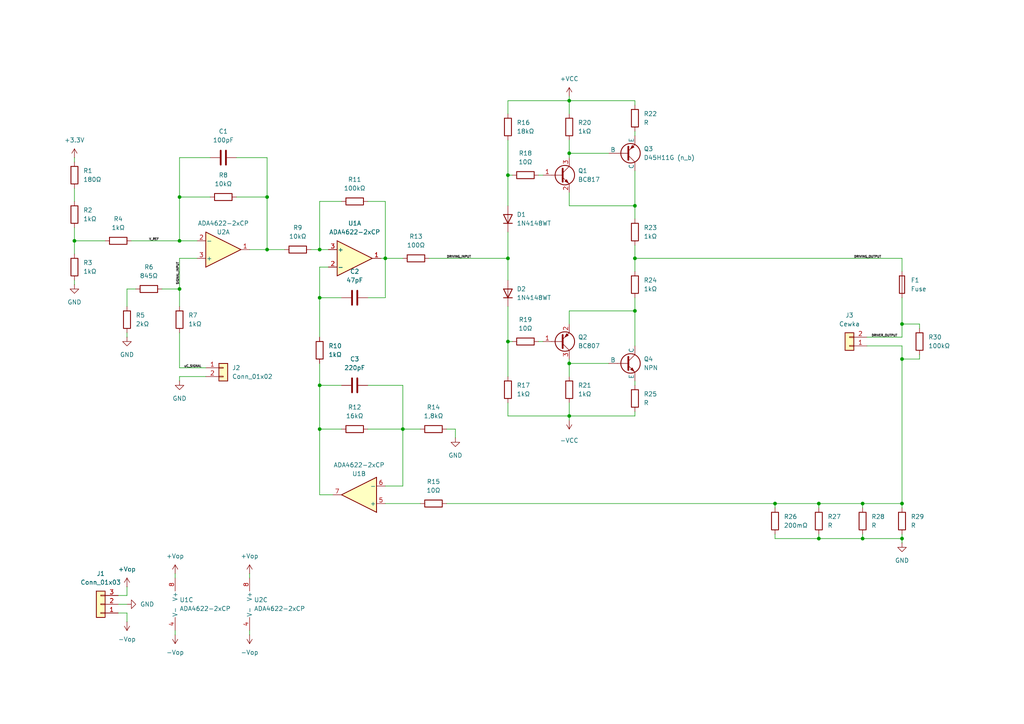
<source format=kicad_sch>
(kicad_sch (version 20250114) (generator "eeschema") (generator_version "9.0")
  (paper "A4")
  (title_block (title "Current Driver") (date "04.10.2025") (rev "Adam Matysiak") (company "KN NaMi") (comment 1 "Adam Matysiak, Adam Matkowski, Kacper Kowalik") (comment 2 "V2.0"))
  (lib_symbols
    (symbol "Amplifier_Operational:ADA4622-2xCP" (pin_names (offset 0.127))
      (property "Reference" "U" (at 0 5.08 0))
      (property "Value" "ADA4622-2xCP" (at 0 -5.08 0))
      (symbol "ADA4622-2xCP_1_1"
        (polyline (pts (xy -5.08 5.08) (xy 5.08 0) (xy -5.08 -5.08) (xy -5.08 5.08)) (stroke (width 0.254)) (fill (type background)))
        (pin input line (at -7.62 2.54 0) (length 2.54) (name "+") (number "3"))
        (pin input line (at -7.62 -2.54 0) (length 2.54) (name "-") (number "2"))
        (pin output line (at 7.62 0 180) (length 2.54) (name "~") (number "1"))
      )
      (symbol "ADA4622-2xCP_2_1"
        (polyline (pts (xy -5.08 5.08) (xy 5.08 0) (xy -5.08 -5.08) (xy -5.08 5.08)) (stroke (width 0.254)) (fill (type background)))
        (pin input line (at -7.62 2.54 0) (length 2.54) (name "+") (number "5"))
        (pin input line (at -7.62 -2.54 0) (length 2.54) (name "-") (number "6"))
        (pin output line (at 7.62 0 180) (length 2.54) (name "~") (number "7"))
      )
      (symbol "ADA4622-2xCP_3_1"
        (pin power_in line (at -2.54 7.62 270) (length 3.81) (name "V+") (number "8"))
        (pin passive line (at -2.54 7.62 270) (length 3.81) (hide yes) (name "V+") (number "9"))
        (pin power_in line (at -2.54 -7.62 90) (length 3.81) (name "V-") (number "4"))
      )
    )
    (symbol "Connector_Generic:Conn_01x02" (pin_names (offset 1.016) (hide yes))
      (property "Reference" "J" (at 0 2.54 0))
      (property "Value" "Conn_01x02" (at 0 -5.08 0))
      (symbol "Conn_01x02_1_1"
        (rectangle (start -1.27 1.27) (end 1.27 -3.81) (stroke (width 0.254)) (fill (type background)))
        (rectangle (start -1.27 0.127) (end 0 -0.127) (stroke (width 0.1524)))
        (rectangle (start -1.27 -2.413) (end 0 -2.667) (stroke (width 0.1524)))
        (pin passive line (at -5.08 0 0) (length 3.81) (name "Pin_1") (number "1"))
        (pin passive line (at -5.08 -2.54 0) (length 3.81) (name "Pin_2") (number "2"))
      )
    )
    (symbol "Connector_Generic:Conn_01x03" (pin_names (offset 1.016) (hide yes))
      (property "Reference" "J" (at 0 5.08 0))
      (property "Value" "Conn_01x03" (at 0 -5.08 0))
      (symbol "Conn_01x03_1_1"
        (rectangle (start -1.27 3.81) (end 1.27 -3.81) (stroke (width 0.254)) (fill (type background)))
        (rectangle (start -1.27 2.667) (end 0 2.413) (stroke (width 0.1524)))
        (rectangle (start -1.27 0.127) (end 0 -0.127) (stroke (width 0.1524)))
        (rectangle (start -1.27 -2.413) (end 0 -2.667) (stroke (width 0.1524)))
        (pin passive line (at -5.08 2.54 0) (length 3.81) (name "Pin_1") (number "1"))
        (pin passive line (at -5.08 0 0) (length 3.81) (name "Pin_2") (number "2"))
        (pin passive line (at -5.08 -2.54 0) (length 3.81) (name "Pin_3") (number "3"))
      )
    )
    (symbol "Device:C" (pin_numbers (hide yes)) (pin_names (offset 0.254))
      (property "Reference" "C" (at 0.635 2.54 0))
      (property "Value" "C" (at 0.635 -2.54 0))
      (symbol "C_0_1"
        (polyline (pts (xy -2.032 0.762) (xy 2.032 0.762)) (stroke (width 0.508)))
        (polyline (pts (xy -2.032 -0.762) (xy 2.032 -0.762)) (stroke (width 0.508)))
      )
      (symbol "C_1_1"
        (pin passive line (at 0 3.81 270) (length 2.794) (name "~") (number "1"))
        (pin passive line (at 0 -3.81 90) (length 2.794) (name "~") (number "2"))
      )
    )
    (symbol "Device:Fuse" (pin_numbers (hide yes)) (pin_names (offset 0))
      (property "Reference" "F" (at 2.032 0 90))
      (property "Value" "Fuse" (at -1.905 0 90))
      (symbol "Fuse_0_1"
        (rectangle (start -0.762 -2.54) (end 0.762 2.54) (stroke (width 0.254)))
        (polyline (pts (xy 0 2.54) (xy 0 -2.54)))
      )
      (symbol "Fuse_1_1"
        (pin passive line (at 0 3.81 270) (length 1.27) (name "~") (number "1"))
        (pin passive line (at 0 -3.81 90) (length 1.27) (name "~") (number "2"))
      )
    )
    (symbol "Device:R" (pin_numbers (hide yes)) (pin_names (offset 0))
      (property "Reference" "R" (at 2.032 0 90))
      (property "Value" "R" (at 0 0 90))
      (symbol "R_0_1"
        (rectangle (start -1.016 -2.54) (end 1.016 2.54) (stroke (width 0.254)))
      )
      (symbol "R_1_1"
        (pin passive line (at 0 3.81 270) (length 1.27) (name "~") (number "1"))
        (pin passive line (at 0 -3.81 90) (length 1.27) (name "~") (number "2"))
      )
    )
    (symbol "Diode:1N4148WT" (pin_numbers (hide yes)) (pin_names (hide yes))
      (property "Reference" "D" (at 0 2.54 0))
      (property "Value" "1N4148WT" (at 0 -2.54 0))
      (symbol "1N4148WT_0_1"
        (polyline (pts (xy -1.27 1.27) (xy -1.27 -1.27)) (stroke (width 0.254)))
        (polyline (pts (xy 1.27 1.27) (xy 1.27 -1.27) (xy -1.27 0) (xy 1.27 1.27)) (stroke (width 0.254)))
        (polyline (pts (xy 1.27 0) (xy -1.27 0)))
      )
      (symbol "1N4148WT_1_1"
        (pin passive line (at -3.81 0 0) (length 2.54) (name "K") (number "1"))
        (pin passive line (at 3.81 0 180) (length 2.54) (name "A") (number "2"))
      )
    )
    (symbol "Simulation_SPICE:NPN" (pin_numbers (hide yes)) (pin_names (offset 0))
      (property "Reference" "Q" (at -2.54 7.62 0))
      (property "Value" "NPN" (at -2.54 5.08 0))
      (symbol "NPN_0_1"
        (polyline (pts (xy -2.54 0) (xy 0.635 0)) (stroke (width 0.1524)))
        (polyline (pts (xy 0.635 1.905) (xy 0.635 -1.905) (xy 0.635 -1.905)) (stroke (width 0.508)))
        (polyline (pts (xy 0.635 0.635) (xy 2.54 2.54)))
        (polyline (pts (xy 0.635 -0.635) (xy 2.54 -2.54) (xy 2.54 -2.54)))
        (circle (center 1.27 0) (radius 2.8194) (stroke (width 0.254)))
        (polyline (pts (xy 1.27 -1.778) (xy 1.778 -1.27) (xy 2.286 -2.286) (xy 1.27 -1.778) (xy 1.27 -1.778)) (fill (type outline)))
        (polyline (pts (xy 2.794 -1.27) (xy 2.794 -1.27)) (stroke (width 0.1524)))
        (polyline (pts (xy 2.794 -1.27) (xy 2.794 -1.27)) (stroke (width 0.1524)))
      )
      (symbol "NPN_1_1"
        (pin input line (at -5.08 0 0) (length 2.54) (name "B") (number "2"))
        (pin open_collector line (at 2.54 5.08 270) (length 2.54) (name "C") (number "1"))
        (pin open_emitter line (at 2.54 -5.08 90) (length 2.54) (name "E") (number "3"))
      )
    )
    (symbol "Simulation_SPICE:PNP" (pin_numbers (hide yes)) (pin_names (offset 0))
      (property "Reference" "Q" (at -2.54 7.62 0))
      (property "Value" "PNP" (at -2.54 5.08 0))
      (symbol "PNP_0_1"
        (polyline (pts (xy -2.54 0) (xy 0.635 0)) (stroke (width 0.1524)))
        (polyline (pts (xy 0.635 1.905) (xy 0.635 -1.905) (xy 0.635 -1.905)) (stroke (width 0.508)))
        (polyline (pts (xy 0.635 0.635) (xy 2.54 2.54)))
        (polyline (pts (xy 0.635 -0.635) (xy 2.54 -2.54) (xy 2.54 -2.54)))
        (circle (center 1.27 0) (radius 2.8194) (stroke (width 0.254)))
        (polyline (pts (xy 2.286 -1.778) (xy 1.778 -2.286) (xy 1.27 -1.27) (xy 2.286 -1.778) (xy 2.286 -1.778)) (fill (type outline)))
      )
      (symbol "PNP_1_1"
        (pin input line (at -5.08 0 0) (length 2.54) (name "B") (number "2"))
        (pin open_collector line (at 2.54 5.08 270) (length 2.54) (name "C") (number "1"))
        (pin open_emitter line (at 2.54 -5.08 90) (length 2.54) (name "E") (number "3"))
      )
    )
    (symbol "Transistor_BJT:BC807" (pin_names (offset 0) (hide yes))
      (property "Reference" "Q" (at 5.08 1.905 0))
      (property "Value" "BC807" (at 5.08 0 0))
      (symbol "BC807_0_1"
        (polyline (pts (xy -2.54 0) (xy 0.635 0)))
        (polyline (pts (xy 0.635 1.905) (xy 0.635 -1.905)) (stroke (width 0.508)))
        (polyline (pts (xy 0.635 0.635) (xy 2.54 2.54)))
        (polyline (pts (xy 0.635 -0.635) (xy 2.54 -2.54)))
        (circle (center 1.27 0) (radius 2.8194) (stroke (width 0.254)))
        (polyline (pts (xy 2.286 -1.778) (xy 1.778 -2.286) (xy 1.27 -1.27) (xy 2.286 -1.778)) (fill (type outline)))
      )
      (symbol "BC807_1_1"
        (pin input line (at -5.08 0 0) (length 2.54) (name "B") (number "1"))
        (pin passive line (at 2.54 5.08 270) (length 2.54) (name "C") (number "3"))
        (pin passive line (at 2.54 -5.08 90) (length 2.54) (name "E") (number "2"))
      )
    )
    (symbol "Transistor_BJT:BC817" (pin_names (offset 0) (hide yes))
      (property "Reference" "Q" (at 5.08 1.905 0))
      (property "Value" "BC817" (at 5.08 0 0))
      (symbol "BC817_0_1"
        (polyline (pts (xy -2.54 0) (xy 0.635 0)))
        (polyline (pts (xy 0.635 1.905) (xy 0.635 -1.905)) (stroke (width 0.508)))
        (circle (center 1.27 0) (radius 2.8194) (stroke (width 0.254)))
      )
      (symbol "BC817_1_1"
        (polyline (pts (xy 0.635 0.635) (xy 2.54 2.54)))
        (polyline (pts (xy 0.635 -0.635) (xy 2.54 -2.54)))
        (polyline (pts (xy 1.27 -1.778) (xy 1.778 -1.27) (xy 2.286 -2.286) (xy 1.27 -1.778)) (fill (type outline)))
        (pin input line (at -5.08 0 0) (length 2.54) (name "B") (number "1"))
        (pin passive line (at 2.54 5.08 270) (length 2.54) (name "C") (number "3"))
        (pin passive line (at 2.54 -5.08 90) (length 2.54) (name "E") (number "2"))
      )
    )
    (symbol "power:+1V0" (power) (pin_numbers (hide yes)) (pin_names (offset 0) (hide yes))
      (property "Value" "+1V0" (at 0 3.556 0))
      (symbol "+1V0_0_1"
        (polyline (pts (xy -0.762 1.27) (xy 0 2.54)))
        (polyline (pts (xy 0 2.54) (xy 0.762 1.27)))
        (polyline (pts (xy 0 0) (xy 0 2.54)))
      )
      (symbol "+1V0_1_1"
        (pin power_in line (at 0 0 90) (length 0) (name "~") (number "1"))
      )
    )
    (symbol "power:+3.3V" (power) (pin_numbers (hide yes)) (pin_names (offset 0) (hide yes))
      (property "Value" "+3.3V" (at 0 3.556 0))
      (symbol "+3.3V_0_1"
        (polyline (pts (xy -0.762 1.27) (xy 0 2.54)))
        (polyline (pts (xy 0 2.54) (xy 0.762 1.27)))
        (polyline (pts (xy 0 0) (xy 0 2.54)))
      )
      (symbol "+3.3V_1_1"
        (pin power_in line (at 0 0 90) (length 0) (name "~") (number "1"))
      )
    )
    (symbol "power:GND" (power) (pin_numbers (hide yes)) (pin_names (offset 0) (hide yes))
      (property "Value" "GND" (at 0 -3.81 0))
      (symbol "GND_0_1"
        (polyline (pts (xy 0 0) (xy 0 -1.27) (xy 1.27 -1.27) (xy 0 -2.54) (xy -1.27 -1.27) (xy 0 -1.27)))
      )
      (symbol "GND_1_1"
        (pin power_in line (at 0 0 270) (length 0) (name "~") (number "1"))
      )
    )
    (symbol "power:VCC" (power) (pin_numbers (hide yes)) (pin_names (offset 0) (hide yes))
      (property "Value" "VCC" (at 0 3.556 0))
      (symbol "VCC_0_1"
        (polyline (pts (xy -0.762 1.27) (xy 0 2.54)))
        (polyline (pts (xy 0 2.54) (xy 0.762 1.27)))
        (polyline (pts (xy 0 0) (xy 0 2.54)))
      )
      (symbol "VCC_1_1"
        (pin power_in line (at 0 0 90) (length 0) (name "~") (number "1"))
      )
    )
  )
  (junction (at 92.71 72.39))
  (junction (at 147.32 74.93))
  (junction (at 116.84 124.46))
  (junction (at 261.62 146.05))
  (junction (at 184.15 90.17))
  (junction (at 52.07 57.15))
  (junction (at 111.76 74.93))
  (junction (at 77.47 57.15))
  (junction (at 261.62 156.21))
  (junction (at 92.71 86.36))
  (junction (at 165.1 105.41))
  (junction (at 165.1 44.45))
  (junction (at 184.15 59.69))
  (junction (at 21.59 69.85))
  (junction (at 250.19 146.05))
  (junction (at 92.71 124.46))
  (junction (at 92.71 111.76))
  (junction (at 52.07 83.82))
  (junction (at 184.15 74.93))
  (junction (at 52.07 69.85))
  (junction (at 261.62 104.14))
  (junction (at 147.32 50.8))
  (junction (at 224.79 146.05))
  (junction (at 147.32 99.06))
  (junction (at 77.47 72.39))
  (junction (at 165.1 29.21))
  (junction (at 250.19 156.21))
  (junction (at 261.62 93.98))
  (junction (at 165.1 120.65))
  (junction (at 237.49 146.05))
  (junction (at 237.49 156.21))
  (wire (pts (xy 111.76 74.93) (xy 111.76 86.36)))
  (wire (pts (xy 184.15 71.12) (xy 184.15 74.93)))
  (wire (pts (xy 21.59 69.85) (xy 30.48 69.85)))
  (wire (pts (xy 106.68 124.46) (xy 116.84 124.46)))
  (wire (pts (xy 50.8 166.37) (xy 50.8 167.64)))
  (wire (pts (xy 184.15 90.17) (xy 184.15 86.36)))
  (wire (pts (xy 250.19 146.05) (xy 261.62 146.05)))
  (wire (pts (xy 111.76 74.93) (xy 116.84 74.93)))
  (wire (pts (xy 21.59 66.04) (xy 21.59 69.85)))
  (wire (pts (xy 147.32 120.65) (xy 165.1 120.65)))
  (wire (pts (xy 46.99 83.82) (xy 52.07 83.82)))
  (wire (pts (xy 184.15 74.93) (xy 184.15 78.74)))
  (wire (pts (xy 147.32 99.06) (xy 148.59 99.06)))
  (wire (pts (xy 52.07 96.52) (xy 52.07 106.68)))
  (wire (pts (xy 165.1 27.94) (xy 165.1 29.21)))
  (wire (pts (xy 92.71 111.76) (xy 99.06 111.76)))
  (wire (pts (xy 36.83 177.8) (xy 36.83 180.34)))
  (wire (pts (xy 52.07 83.82) (xy 52.07 88.9)))
  (wire (pts (xy 52.07 45.72) (xy 60.96 45.72)))
  (wire (pts (xy 184.15 59.69) (xy 184.15 63.5)))
  (wire (pts (xy 21.59 81.28) (xy 21.59 82.55)))
  (wire (pts (xy 184.15 38.1) (xy 184.15 39.37)))
  (wire (pts (xy 111.76 86.36) (xy 106.68 86.36)))
  (wire (pts (xy 50.8 182.88) (xy 50.8 184.15)))
  (wire (pts (xy 184.15 59.69) (xy 184.15 49.53)))
  (wire (pts (xy 52.07 110.49) (xy 52.07 109.22)))
  (wire (pts (xy 237.49 154.94) (xy 237.49 156.21)))
  (wire (pts (xy 96.52 143.51) (xy 92.71 143.51)))
  (wire (pts (xy 92.71 105.41) (xy 92.71 111.76)))
  (wire (pts (xy 52.07 57.15) (xy 52.07 69.85)))
  (wire (pts (xy 34.29 175.26) (xy 36.83 175.26)))
  (wire (pts (xy 165.1 120.65) (xy 165.1 121.92)))
  (wire (pts (xy 165.1 55.88) (xy 165.1 59.69)))
  (wire (pts (xy 165.1 59.69) (xy 184.15 59.69)))
  (wire (pts (xy 77.47 72.39) (xy 82.55 72.39)))
  (wire (pts (xy 116.84 124.46) (xy 116.84 140.97)))
  (wire (pts (xy 52.07 106.68) (xy 59.69 106.68)))
  (wire (pts (xy 261.62 97.79) (xy 261.62 93.98)))
  (wire (pts (xy 165.1 29.21) (xy 165.1 33.02)))
  (wire (pts (xy 266.7 93.98) (xy 261.62 93.98)))
  (wire (pts (xy 147.32 116.84) (xy 147.32 120.65)))
  (wire (pts (xy 147.32 50.8) (xy 148.59 50.8)))
  (wire (pts (xy 99.06 58.42) (xy 92.71 58.42)))
  (wire (pts (xy 147.32 74.93) (xy 147.32 81.28)))
  (wire (pts (xy 184.15 119.38) (xy 184.15 120.65)))
  (wire (pts (xy 184.15 90.17) (xy 184.15 100.33)))
  (wire (pts (xy 237.49 146.05) (xy 250.19 146.05)))
  (wire (pts (xy 72.39 72.39) (xy 77.47 72.39)))
  (wire (pts (xy 237.49 156.21) (xy 250.19 156.21)))
  (wire (pts (xy 77.47 45.72) (xy 68.58 45.72)))
  (wire (pts (xy 92.71 77.47) (xy 92.71 86.36)))
  (wire (pts (xy 165.1 120.65) (xy 165.1 116.84)))
  (wire (pts (xy 106.68 111.76) (xy 116.84 111.76)))
  (wire (pts (xy 165.1 105.41) (xy 165.1 109.22)))
  (wire (pts (xy 156.21 99.06) (xy 157.48 99.06)))
  (wire (pts (xy 165.1 29.21) (xy 147.32 29.21)))
  (wire (pts (xy 38.1 69.85) (xy 52.07 69.85)))
  (wire (pts (xy 99.06 86.36) (xy 92.71 86.36)))
  (wire (pts (xy 21.59 45.72) (xy 21.59 46.99)))
  (wire (pts (xy 184.15 29.21) (xy 184.15 30.48)))
  (wire (pts (xy 77.47 72.39) (xy 77.47 57.15)))
  (wire (pts (xy 147.32 29.21) (xy 147.32 33.02)))
  (wire (pts (xy 92.71 58.42) (xy 92.71 72.39)))
  (wire (pts (xy 57.15 69.85) (xy 52.07 69.85)))
  (wire (pts (xy 261.62 74.93) (xy 261.62 78.74)))
  (wire (pts (xy 165.1 105.41) (xy 165.1 104.14)))
  (wire (pts (xy 165.1 44.45) (xy 176.53 44.45)))
  (wire (pts (xy 92.71 72.39) (xy 95.25 72.39)))
  (wire (pts (xy 251.46 100.33) (xy 261.62 100.33)))
  (wire (pts (xy 39.37 83.82) (xy 36.83 83.82)))
  (wire (pts (xy 92.71 111.76) (xy 92.71 124.46)))
  (wire (pts (xy 261.62 156.21) (xy 261.62 157.48)))
  (wire (pts (xy 129.54 124.46) (xy 132.08 124.46)))
  (wire (pts (xy 90.17 72.39) (xy 92.71 72.39)))
  (wire (pts (xy 52.07 45.72) (xy 52.07 57.15)))
  (wire (pts (xy 52.07 57.15) (xy 60.96 57.15)))
  (wire (pts (xy 261.62 104.14) (xy 261.62 146.05)))
  (wire (pts (xy 116.84 124.46) (xy 121.92 124.46)))
  (wire (pts (xy 92.71 86.36) (xy 92.71 97.79)))
  (wire (pts (xy 77.47 45.72) (xy 77.47 57.15)))
  (wire (pts (xy 57.15 74.93) (xy 52.07 74.93)))
  (wire (pts (xy 147.32 99.06) (xy 147.32 109.22)))
  (wire (pts (xy 266.7 102.87) (xy 266.7 104.14)))
  (wire (pts (xy 184.15 29.21) (xy 165.1 29.21)))
  (wire (pts (xy 224.79 156.21) (xy 237.49 156.21)))
  (wire (pts (xy 68.58 57.15) (xy 77.47 57.15)))
  (wire (pts (xy 224.79 146.05) (xy 224.79 147.32)))
  (wire (pts (xy 165.1 44.45) (xy 165.1 45.72)))
  (wire (pts (xy 184.15 110.49) (xy 184.15 111.76)))
  (wire (pts (xy 261.62 104.14) (xy 266.7 104.14)))
  (wire (pts (xy 261.62 147.32) (xy 261.62 146.05)))
  (wire (pts (xy 34.29 177.8) (xy 36.83 177.8)))
  (wire (pts (xy 72.39 182.88) (xy 72.39 184.15)))
  (wire (pts (xy 224.79 154.94) (xy 224.79 156.21)))
  (wire (pts (xy 116.84 111.76) (xy 116.84 124.46)))
  (wire (pts (xy 116.84 140.97) (xy 111.76 140.97)))
  (wire (pts (xy 184.15 74.93) (xy 261.62 74.93)))
  (wire (pts (xy 129.54 146.05) (xy 224.79 146.05)))
  (wire (pts (xy 261.62 154.94) (xy 261.62 156.21)))
  (wire (pts (xy 251.46 97.79) (xy 261.62 97.79)))
  (wire (pts (xy 250.19 156.21) (xy 261.62 156.21)))
  (wire (pts (xy 224.79 146.05) (xy 237.49 146.05)))
  (wire (pts (xy 106.68 58.42) (xy 111.76 58.42)))
  (wire (pts (xy 165.1 120.65) (xy 184.15 120.65)))
  (wire (pts (xy 72.39 167.64) (xy 72.39 166.37)))
  (wire (pts (xy 147.32 40.64) (xy 147.32 50.8)))
  (wire (pts (xy 266.7 95.25) (xy 266.7 93.98)))
  (wire (pts (xy 36.83 172.72) (xy 36.83 170.18)))
  (wire (pts (xy 261.62 86.36) (xy 261.62 93.98)))
  (wire (pts (xy 132.08 124.46) (xy 132.08 127)))
  (wire (pts (xy 111.76 74.93) (xy 110.49 74.93)))
  (wire (pts (xy 237.49 146.05) (xy 237.49 147.32)))
  (wire (pts (xy 92.71 124.46) (xy 92.71 143.51)))
  (wire (pts (xy 250.19 154.94) (xy 250.19 156.21)))
  (wire (pts (xy 52.07 109.22) (xy 59.69 109.22)))
  (wire (pts (xy 147.32 50.8) (xy 147.32 59.69)))
  (wire (pts (xy 124.46 74.93) (xy 147.32 74.93)))
  (wire (pts (xy 165.1 105.41) (xy 176.53 105.41)))
  (wire (pts (xy 250.19 146.05) (xy 250.19 147.32)))
  (wire (pts (xy 36.83 83.82) (xy 36.83 88.9)))
  (wire (pts (xy 95.25 77.47) (xy 92.71 77.47)))
  (wire (pts (xy 36.83 97.79) (xy 36.83 96.52)))
  (wire (pts (xy 92.71 124.46) (xy 99.06 124.46)))
  (wire (pts (xy 165.1 90.17) (xy 165.1 93.98)))
  (wire (pts (xy 165.1 40.64) (xy 165.1 44.45)))
  (wire (pts (xy 261.62 100.33) (xy 261.62 104.14)))
  (wire (pts (xy 165.1 90.17) (xy 184.15 90.17)))
  (wire (pts (xy 111.76 58.42) (xy 111.76 74.93)))
  (wire (pts (xy 34.29 172.72) (xy 36.83 172.72)))
  (wire (pts (xy 147.32 88.9) (xy 147.32 99.06)))
  (wire (pts (xy 52.07 74.93) (xy 52.07 83.82)))
  (wire (pts (xy 147.32 67.31) (xy 147.32 74.93)))
  (wire (pts (xy 21.59 69.85) (xy 21.59 73.66)))
  (wire (pts (xy 156.21 50.8) (xy 157.48 50.8)))
  (wire (pts (xy 21.59 54.61) (xy 21.59 58.42)))
  (wire (pts (xy 111.76 146.05) (xy 121.92 146.05)))
  (label "V_REF" (at 43.18 69.85 0) (effects (font (size 0.635 0.635))))
  (label "uC_SIGNAL" (at 53.34 106.68 0) (effects (font (size 0.635 0.635))))
  (label "DRIVER_OUTPUT" (at 252.73 97.79 0) (effects (font (size 0.635 0.635))))
  (label "DRIVING_OUTPUT" (at 247.65 74.93 0) (effects (font (size 0.635 0.635))))
  (label "DRIVING_INPUT" (at 129.54 74.93 0) (effects (font (size 0.635 0.635))))
  (label "SIGNAL_INPUT" (at 52.07 82.55 90) (effects (font (size 0.635 0.635))))
  (symbol (lib_id "Device:R") (at 21.59 50.8 0) (unit 1)
    (property "Reference" "R1" (at 24.13 49.5299 0) (effects (justify left)))
    (property "Value" "180Ω" (at 24.13 52.0699 0) (effects (justify left)))
    (property "Description" "Resistor" (effects (hide yes)))
  )
  (symbol (lib_id "Device:Fuse") (at 261.62 82.55 0) (unit 1)
    (property "Reference" "F1" (at 264.16 81.2799 0) (effects (justify left)))
    (property "Value" "Fuse" (at 264.16 83.8199 0) (effects (justify left)))
    (property "Description" "Fuse" (effects (hide yes)))
  )
  (symbol (lib_id "power:+1V0") (at 72.39 184.15 180) (unit 1)
    (property "Reference" "#PWR011" (effects (hide yes)))
    (property "Value" "-Vop" (at 72.39 189.23 0))
    (property "Description" "Power symbol creates a global label with name \"+1V0\"" (effects (hide yes)))
  )
  (symbol (lib_id "power:+1V0") (at 72.39 166.37 0) (unit 1)
    (property "Reference" "#PWR010" (effects (hide yes)))
    (property "Value" "+Vop" (at 72.39 161.29 0))
    (property "Description" "Power symbol creates a global label with name \"+1V0\"" (effects (hide yes)))
  )
  (symbol (lib_id "power:VCC") (at 165.1 27.94 0) (unit 1)
    (property "Reference" "#PWR013" (effects (hide yes)))
    (property "Value" "+VCC" (at 165.1 22.86 0))
    (property "Description" "Power symbol creates a global label with name \"VCC\"" (effects (hide yes)))
  )
  (symbol (lib_id "Transistor_BJT:BC807") (at 162.56 99.06 0) (mirror x) (unit 1)
    (property "Reference" "Q2" (at 167.64 97.7899 0) (effects (justify left)))
    (property "Value" "BC807" (at 167.64 100.3299 0) (effects (justify left)))
    (property "Footprint" "Package_TO_SOT_SMD:SOT-23" (effects (hide yes)))
    (property "Datasheet" "https://www.onsemi.com/pub/Collateral/BC808-D.pdf" (effects (hide yes)))
    (property "Description" "0.8A Ic, 45V Vce, PNP Transistor, SOT-23" (effects (hide yes)))
  )
  (symbol (lib_id "Device:R") (at 147.32 113.03 0) (unit 1)
    (property "Reference" "R17" (at 149.86 111.7599 0) (effects (justify left)))
    (property "Value" "1kΩ" (at 149.86 114.2999 0) (effects (justify left)))
    (property "Description" "Resistor" (effects (hide yes)))
  )
  (symbol (lib_id "power:+1V0") (at 36.83 170.18 0) (unit 1)
    (property "Reference" "#PWR04" (effects (hide yes)))
    (property "Value" "+Vop" (at 36.83 165.1 0))
    (property "Description" "Power symbol creates a global label with name \"+1V0\"" (effects (hide yes)))
  )
  (symbol (lib_id "power:GND") (at 132.08 127 0) (unit 1)
    (property "Reference" "#PWR012" (effects (hide yes)))
    (property "Value" "GND" (at 132.08 132.08 0))
    (property "Description" "Power symbol creates a global label with name \"GND\" , ground" (effects (hide yes)))
  )
  (symbol (lib_id "Device:R") (at 184.15 82.55 0) (unit 1)
    (property "Reference" "R24" (at 186.69 81.2799 0) (effects (justify left)))
    (property "Value" "1kΩ" (at 186.69 83.8199 0) (effects (justify left)))
    (property "Description" "Resistor" (effects (hide yes)))
  )
  (symbol (lib_id "Device:R") (at 266.7 99.06 0) (unit 1)
    (property "Reference" "R30" (at 269.24 97.7899 0) (effects (justify left)))
    (property "Value" "100kΩ" (at 269.24 100.3299 0) (effects (justify left)))
    (property "Description" "Resistor" (effects (hide yes)))
  )
  (symbol (lib_id "Device:R") (at 36.83 92.71 0) (unit 1)
    (property "Reference" "R5" (at 39.37 91.4399 0) (effects (justify left)))
    (property "Value" "2kΩ" (at 39.37 93.9799 0) (effects (justify left)))
    (property "Description" "Resistor" (effects (hide yes)))
  )
  (symbol (lib_id "Device:C") (at 102.87 86.36 90) (unit 1)
    (property "Reference" "C2" (at 102.87 78.74 90))
    (property "Value" "47pF" (at 102.87 81.28 90))
    (property "Description" "Unpolarized capacitor" (effects (hide yes)))
  )
  (symbol (lib_id "Device:R") (at 21.59 77.47 0) (unit 1)
    (property "Reference" "R3" (at 24.13 76.1999 0) (effects (justify left)))
    (property "Value" "1kΩ" (at 24.13 78.7399 0) (effects (justify left)))
    (property "Description" "Resistor" (effects (hide yes)))
  )
  (symbol (lib_id "Device:R") (at 64.77 57.15 90) (unit 1)
    (property "Reference" "R8" (at 64.77 50.8 90))
    (property "Value" "10kΩ" (at 64.77 53.34 90))
    (property "Description" "Resistor" (effects (hide yes)))
  )
  (symbol (lib_id "Device:R") (at 86.36 72.39 270) (unit 1)
    (property "Reference" "R9" (at 86.36 66.04 90))
    (property "Value" "10kΩ" (at 86.36 68.58 90))
    (property "Description" "Resistor" (effects (hide yes)))
  )
  (symbol (lib_id "Device:C") (at 102.87 111.76 90) (unit 1)
    (property "Reference" "C3" (at 102.87 104.14 90))
    (property "Value" "220pF" (at 102.87 106.68 90))
    (property "Description" "Unpolarized capacitor" (effects (hide yes)))
  )
  (symbol (lib_id "Amplifier_Operational:ADA4622-2xCP") (at 104.14 143.51 180) (unit 2)
    (property "Reference" "U1" (at 104.14 137.414 0))
    (property "Value" "ADA4622-2xCP" (at 104.14 134.874 0))
    (property "Footprint" "Package_CSP:LFCSP-8-1EP_3x3mm_P0.5mm_EP1.45x1.74mm" (effects (hide yes)))
    (property "Datasheet" "https://www.analog.com/media/en/technical-documentation/data-sheets/ada4622-1-4622-2-4622-4.pdf" (effects (hide yes)))
    (property "Description" "Analog Devices Dual 30V, 8MHz, Low Bias Current, Single Supply, RRO, Precision Op Amp, LFCSP-8" (effects (hide yes)))
  )
  (symbol (lib_id "Transistor_BJT:BC817") (at 162.56 50.8 0) (unit 1)
    (property "Reference" "Q1" (at 167.64 49.5299 0) (effects (justify left)))
    (property "Value" "BC817" (at 167.64 52.0699 0) (effects (justify left)))
    (property "Footprint" "Package_TO_SOT_SMD:SOT-23" (effects (hide yes)))
    (property "Datasheet" "https://www.onsemi.com/pub/Collateral/BC818-D.pdf" (effects (hide yes)))
    (property "Description" "0.8A Ic, 45V Vce, NPN Transistor, SOT-23" (effects (hide yes)))
  )
  (symbol (lib_id "Connector_Generic:Conn_01x02") (at 64.77 106.68 0) (unit 1)
    (property "Reference" "J2" (at 67.31 106.6799 0) (effects (justify left)))
    (property "Value" "Conn_01x02" (at 67.31 109.2199 0) (effects (justify left)))
    (property "Description" "Generic connector, single row, 01x02, script generated (kicad-library-utils/schlib/autogen/connector/)" (effects (hide yes)))
  )
  (symbol (lib_id "power:GND") (at 21.59 82.55 0) (unit 1)
    (property "Reference" "#PWR02" (effects (hide yes)))
    (property "Value" "GND" (at 21.59 87.63 0))
    (property "Description" "Power symbol creates a global label with name \"GND\" , ground" (effects (hide yes)))
  )
  (symbol (lib_id "Device:R") (at 261.62 151.13 0) (unit 1)
    (property "Reference" "R29" (at 264.16 149.8599 0) (effects (justify left)))
    (property "Value" "R" (at 264.16 152.3999 0) (effects (justify left)))
    (property "Description" "Resistor" (effects (hide yes)))
  )
  (symbol (lib_id "power:GND") (at 36.83 175.26 90) (unit 1)
    (property "Reference" "#PWR05" (effects (hide yes)))
    (property "Value" "GND" (at 40.64 175.2599 90) (effects (justify right)))
    (property "Description" "Power symbol creates a global label with name \"GND\" , ground" (effects (hide yes)))
  )
  (symbol (lib_id "Device:R") (at 147.32 36.83 0) (unit 1)
    (property "Reference" "R16" (at 149.86 35.5599 0) (effects (justify left)))
    (property "Value" "18kΩ" (at 149.86 38.0999 0) (effects (justify left)))
    (property "Description" "Resistor" (effects (hide yes)))
  )
  (symbol (lib_id "Diode:1N4148WT") (at 147.32 63.5 90) (unit 1)
    (property "Reference" "D1" (at 149.86 62.2299 90) (effects (justify right)))
    (property "Value" "1N4148WT" (at 149.86 64.7699 90) (effects (justify right)))
    (property "Footprint" "Diode_SMD:D_SOD-523" (effects (hide yes)))
    (property "Datasheet" "https://www.diodes.com/assets/Datasheets/ds30396.pdf" (effects (hide yes)))
    (property "Description" "75V 0.15A Fast switching Diode, SOD-523" (effects (hide yes)))
    (property "Sim.Device" "D" (effects (hide yes)))
    (property "Sim.Pins" "1=K 2=A" (effects (hide yes)))
  )
  (symbol (lib_id "Device:R") (at 250.19 151.13 0) (unit 1)
    (property "Reference" "R28" (at 252.73 149.8599 0) (effects (justify left)))
    (property "Value" "R" (at 252.73 152.3999 0) (effects (justify left)))
    (property "Description" "Resistor" (effects (hide yes)))
  )
  (symbol (lib_id "Connector_Generic:Conn_01x02") (at 246.38 100.33 180) (unit 1)
    (property "Reference" "J3" (at 246.38 91.44 0))
    (property "Value" "Cewka" (at 246.38 93.98 0))
    (property "Description" "Generic connector, single row, 01x02, script generated (kicad-library-utils/schlib/autogen/connector/)" (effects (hide yes)))
  )
  (symbol (lib_id "Device:R") (at 92.71 101.6 0) (unit 1)
    (property "Reference" "R10" (at 95.25 100.3299 0) (effects (justify left)))
    (property "Value" "1kΩ" (at 95.25 102.8699 0) (effects (justify left)))
    (property "Description" "Resistor" (effects (hide yes)))
  )
  (symbol (lib_id "Device:R") (at 184.15 34.29 0) (unit 1)
    (property "Reference" "R22" (at 186.69 33.0199 0) (effects (justify left)))
    (property "Value" "R" (at 186.69 35.5599 0) (effects (justify left)))
    (property "Description" "Resistor" (effects (hide yes)))
  )
  (symbol (lib_id "Device:R") (at 165.1 36.83 0) (unit 1)
    (property "Reference" "R20" (at 167.64 35.5599 0) (effects (justify left)))
    (property "Value" "1kΩ" (at 167.64 38.0999 0) (effects (justify left)))
    (property "Description" "Resistor" (effects (hide yes)))
  )
  (symbol (lib_id "Amplifier_Operational:ADA4622-2xCP") (at 64.77 72.39 0) (mirror x) (unit 1)
    (property "Reference" "U2" (at 64.77 67.31 0))
    (property "Value" "ADA4622-2xCP" (at 64.77 64.77 0))
    (property "Footprint" "Package_CSP:LFCSP-8-1EP_3x3mm_P0.5mm_EP1.45x1.74mm" (effects (hide yes)))
    (property "Datasheet" "https://www.analog.com/media/en/technical-documentation/data-sheets/ada4622-1-4622-2-4622-4.pdf" (effects (hide yes)))
    (property "Description" "Analog Devices Dual 30V, 8MHz, Low Bias Current, Single Supply, RRO, Precision Op Amp, LFCSP-8" (effects (hide yes)))
  )
  (symbol (lib_id "Device:C") (at 64.77 45.72 90) (unit 1)
    (property "Reference" "C1" (at 64.77 38.1 90))
    (property "Value" "100pF" (at 64.77 40.64 90))
    (property "Description" "Unpolarized capacitor" (effects (hide yes)))
  )
  (symbol (lib_id "Device:R") (at 184.15 67.31 0) (unit 1)
    (property "Reference" "R23" (at 186.69 66.0399 0) (effects (justify left)))
    (property "Value" "1kΩ" (at 186.69 68.5799 0) (effects (justify left)))
    (property "Description" "Resistor" (effects (hide yes)))
  )
  (symbol (lib_id "power:+1V0") (at 36.83 180.34 180) (unit 1)
    (property "Reference" "#PWR06" (effects (hide yes)))
    (property "Value" "-Vop" (at 36.83 185.42 0))
    (property "Description" "Power symbol creates a global label with name \"+1V0\"" (effects (hide yes)))
  )
  (symbol (lib_id "Device:R") (at 165.1 113.03 0) (unit 1)
    (property "Reference" "R21" (at 167.64 111.7599 0) (effects (justify left)))
    (property "Value" "1kΩ" (at 167.64 114.2999 0) (effects (justify left)))
    (property "Description" "Resistor" (effects (hide yes)))
  )
  (symbol (lib_id "Device:R") (at 102.87 124.46 270) (unit 1)
    (property "Reference" "R12" (at 102.87 118.11 90))
    (property "Value" "16kΩ" (at 102.87 120.65 90))
    (property "Description" "Resistor" (effects (hide yes)))
  )
  (symbol (lib_id "Device:R") (at 152.4 99.06 90) (unit 1)
    (property "Reference" "R19" (at 152.4 92.71 90))
    (property "Value" "10Ω" (at 152.4 95.25 90))
    (property "Description" "Resistor" (effects (hide yes)))
  )
  (symbol (lib_id "Device:R") (at 43.18 83.82 270) (unit 1)
    (property "Reference" "R6" (at 43.18 77.47 90))
    (property "Value" "845Ω" (at 43.18 80.01 90))
    (property "Description" "Resistor" (effects (hide yes)))
  )
  (symbol (lib_id "power:+1V0") (at 50.8 166.37 0) (unit 1)
    (property "Reference" "#PWR07" (effects (hide yes)))
    (property "Value" "+Vop" (at 50.8 161.29 0))
    (property "Description" "Power symbol creates a global label with name \"+1V0\"" (effects (hide yes)))
  )
  (symbol (lib_id "Device:R") (at 224.79 151.13 0) (unit 1)
    (property "Reference" "R26" (at 227.33 149.8599 0) (effects (justify left)))
    (property "Value" "200mΩ" (at 227.33 152.3999 0) (effects (justify left)))
    (property "Description" "Resistor" (effects (hide yes)))
  )
  (symbol (lib_id "power:VCC") (at 165.1 121.92 180) (unit 1)
    (property "Reference" "#PWR014" (effects (hide yes)))
    (property "Value" "-VCC" (at 165.1 127.762 0))
    (property "Description" "Power symbol creates a global label with name \"VCC\"" (effects (hide yes)))
  )
  (symbol (lib_id "Amplifier_Operational:ADA4622-2xCP") (at 102.87 74.93 0) (unit 1)
    (property "Reference" "U1" (at 102.87 64.77 0))
    (property "Value" "ADA4622-2xCP" (at 102.87 67.31 0))
    (property "Footprint" "Package_CSP:LFCSP-8-1EP_3x3mm_P0.5mm_EP1.45x1.74mm" (effects (hide yes)))
    (property "Datasheet" "https://www.analog.com/media/en/technical-documentation/data-sheets/ada4622-1-4622-2-4622-4.pdf" (effects (hide yes)))
    (property "Description" "Analog Devices Dual 30V, 8MHz, Low Bias Current, Single Supply, RRO, Precision Op Amp, LFCSP-8" (effects (hide yes)))
  )
  (symbol (lib_id "Amplifier_Operational:ADA4622-2xCP") (at 53.34 175.26 0) (unit 3)
    (property "Reference" "U1" (at 52.07 173.9899 0) (effects (justify left)))
    (property "Value" "ADA4622-2xCP" (at 52.07 176.5299 0) (effects (justify left)))
    (property "Footprint" "Package_CSP:LFCSP-8-1EP_3x3mm_P0.5mm_EP1.45x1.74mm" (effects (hide yes)))
    (property "Datasheet" "https://www.analog.com/media/en/technical-documentation/data-sheets/ada4622-1-4622-2-4622-4.pdf" (effects (hide yes)))
    (property "Description" "Analog Devices Dual 30V, 8MHz, Low Bias Current, Single Supply, RRO, Precision Op Amp, LFCSP-8" (effects (hide yes)))
  )
  (symbol (lib_id "Amplifier_Operational:ADA4622-2xCP") (at 74.93 175.26 0) (unit 3)
    (property "Reference" "U2" (at 73.66 173.9899 0) (effects (justify left)))
    (property "Value" "ADA4622-2xCP" (at 73.66 176.5299 0) (effects (justify left)))
    (property "Footprint" "Package_CSP:LFCSP-8-1EP_3x3mm_P0.5mm_EP1.45x1.74mm" (effects (hide yes)))
    (property "Datasheet" "https://www.analog.com/media/en/technical-documentation/data-sheets/ada4622-1-4622-2-4622-4.pdf" (effects (hide yes)))
    (property "Description" "Analog Devices Dual 30V, 8MHz, Low Bias Current, Single Supply, RRO, Precision Op Amp, LFCSP-8" (effects (hide yes)))
  )
  (symbol (lib_id "Device:R") (at 21.59 62.23 0) (unit 1)
    (property "Reference" "R2" (at 24.13 60.9599 0) (effects (justify left)))
    (property "Value" "1kΩ" (at 24.13 63.4999 0) (effects (justify left)))
    (property "Description" "Resistor" (effects (hide yes)))
  )
  (symbol (lib_id "Device:R") (at 120.65 74.93 270) (unit 1)
    (property "Reference" "R13" (at 120.65 68.58 90))
    (property "Value" "100Ω" (at 120.65 71.12 90))
    (property "Description" "Resistor" (effects (hide yes)))
  )
  (symbol (lib_id "power:GND") (at 52.07 110.49 0) (unit 1)
    (property "Reference" "#PWR09" (effects (hide yes)))
    (property "Value" "GND" (at 52.07 115.57 0))
    (property "Description" "Power symbol creates a global label with name \"GND\" , ground" (effects (hide yes)))
  )
  (symbol (lib_id "power:GND") (at 261.62 157.48 0) (unit 1)
    (property "Reference" "#PWR015" (effects (hide yes)))
    (property "Value" "GND" (at 261.62 162.56 0))
    (property "Description" "Power symbol creates a global label with name \"GND\" , ground" (effects (hide yes)))
  )
  (symbol (lib_id "Device:R") (at 237.49 151.13 0) (unit 1)
    (property "Reference" "R27" (at 240.03 149.8599 0) (effects (justify left)))
    (property "Value" "R" (at 240.03 152.3999 0) (effects (justify left)))
    (property "Description" "Resistor" (effects (hide yes)))
  )
  (symbol (lib_id "Device:R") (at 34.29 69.85 270) (unit 1)
    (property "Reference" "R4" (at 34.29 63.5 90))
    (property "Value" "1kΩ" (at 34.29 66.04 90))
    (property "Description" "Resistor" (effects (hide yes)))
  )
  (symbol (lib_id "Device:R") (at 125.73 146.05 270) (unit 1)
    (property "Reference" "R15" (at 125.73 139.7 90))
    (property "Value" "10Ω" (at 125.73 142.24 90))
    (property "Description" "Resistor" (effects (hide yes)))
  )
  (symbol (lib_id "Device:R") (at 102.87 58.42 270) (unit 1)
    (property "Reference" "R11" (at 102.87 52.07 90))
    (property "Value" "100kΩ" (at 102.87 54.61 90))
    (property "Description" "Resistor" (effects (hide yes)))
  )
  (symbol (lib_id "Device:R") (at 184.15 115.57 0) (unit 1)
    (property "Reference" "R25" (at 186.69 114.2999 0) (effects (justify left)))
    (property "Value" "R" (at 186.69 116.8399 0) (effects (justify left)))
    (property "Description" "Resistor" (effects (hide yes)))
  )
  (symbol (lib_id "Device:R") (at 152.4 50.8 90) (unit 1)
    (property "Reference" "R18" (at 152.4 44.45 90))
    (property "Value" "10Ω" (at 152.4 46.99 90))
    (property "Description" "Resistor" (effects (hide yes)))
  )
  (symbol (lib_id "Simulation_SPICE:PNP") (at 181.61 44.45 0) (mirror x) (unit 1)
    (property "Reference" "Q3" (at 186.69 43.1799 0) (effects (justify left)))
    (property "Value" "D45H11G (n_b)" (at 186.69 45.7199 0) (effects (justify left)))
    (property "Datasheet" "https://ngspice.sourceforge.io/docs/ngspice-html-manual/manual.xhtml#cha_BJTs" (effects (hide yes)))
    (property "Description" "Bipolar transistor symbol for simulation only, substrate tied to the emitter" (effects (hide yes)))
    (property "Sim.Device" "PNP" (effects (hide yes)))
    (property "Sim.Type" "GUMMELPOON" (effects (hide yes)))
    (property "Sim.Pins" "1=C 2=B 3=E" (effects (hide yes)))
  )
  (symbol (lib_id "power:+1V0") (at 50.8 184.15 180) (unit 1)
    (property "Reference" "#PWR08" (effects (hide yes)))
    (property "Value" "-Vop" (at 50.8 189.23 0))
    (property "Description" "Power symbol creates a global label with name \"+1V0\"" (effects (hide yes)))
  )
  (symbol (lib_id "Diode:1N4148WT") (at 147.32 85.09 90) (unit 1)
    (property "Reference" "D2" (at 149.86 83.8199 90) (effects (justify right)))
    (property "Value" "1N4148WT" (at 149.86 86.3599 90) (effects (justify right)))
    (property "Footprint" "Diode_SMD:D_SOD-523" (effects (hide yes)))
    (property "Datasheet" "https://www.diodes.com/assets/Datasheets/ds30396.pdf" (effects (hide yes)))
    (property "Description" "75V 0.15A Fast switching Diode, SOD-523" (effects (hide yes)))
    (property "Sim.Device" "D" (effects (hide yes)))
    (property "Sim.Pins" "1=K 2=A" (effects (hide yes)))
  )
  (symbol (lib_id "Device:R") (at 52.07 92.71 0) (unit 1)
    (property "Reference" "R7" (at 54.61 91.4399 0) (effects (justify left)))
    (property "Value" "1kΩ" (at 54.61 93.9799 0) (effects (justify left)))
    (property "Description" "Resistor" (effects (hide yes)))
  )
  (symbol (lib_id "power:+3.3V") (at 21.59 45.72 0) (unit 1)
    (property "Reference" "#PWR01" (effects (hide yes)))
    (property "Value" "+3.3V" (at 21.59 40.64 0))
    (property "Description" "Power symbol creates a global label with name \"+3.3V\"" (effects (hide yes)))
  )
  (symbol (lib_id "Device:R") (at 125.73 124.46 270) (unit 1)
    (property "Reference" "R14" (at 125.73 118.11 90))
    (property "Value" "1,8kΩ" (at 125.73 120.65 90))
    (property "Description" "Resistor" (effects (hide yes)))
  )
  (symbol (lib_id "power:GND") (at 36.83 97.79 0) (unit 1)
    (property "Reference" "#PWR03" (effects (hide yes)))
    (property "Value" "GND" (at 36.83 102.87 0))
    (property "Description" "Power symbol creates a global label with name \"GND\" , ground" (effects (hide yes)))
  )
  (symbol (lib_id "Connector_Generic:Conn_01x03") (at 29.21 175.26 180) (unit 1)
    (property "Reference" "J1" (at 29.21 166.37 0))
    (property "Value" "Conn_01x03" (at 29.21 168.91 0))
    (property "Description" "Generic connector, single row, 01x03, script generated (kicad-library-utils/schlib/autogen/connector/)" (effects (hide yes)))
  )
  (symbol (lib_id "Simulation_SPICE:NPN") (at 181.61 105.41 0) (unit 1)
    (property "Reference" "Q4" (at 186.69 104.1399 0) (effects (justify left)))
    (property "Value" "NPN" (at 186.69 106.6799 0) (effects (justify left)))
    (property "Datasheet" "https://ngspice.sourceforge.io/docs/ngspice-html-manual/manual.xhtml#cha_BJTs" (effects (hide yes)))
    (property "Description" "Bipolar transistor symbol for simulation only, substrate tied to the emitter" (effects (hide yes)))
    (property "Sim.Device" "NPN" (effects (hide yes)))
    (property "Sim.Type" "GUMMELPOON" (effects (hide yes)))
    (property "Sim.Pins" "1=C 2=B 3=E" (effects (hide yes)))
  )
)
</source>
